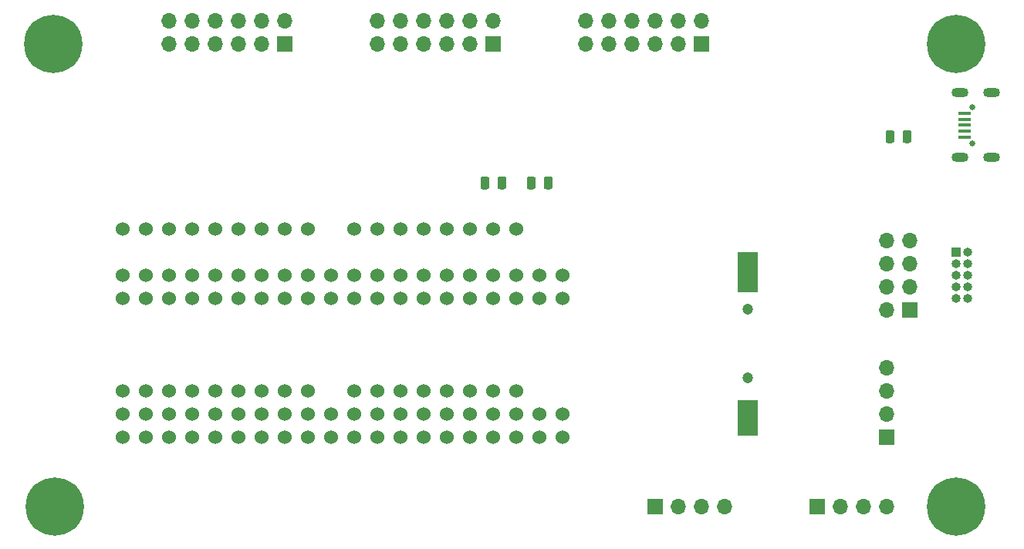
<source format=gbr>
%TF.GenerationSoftware,KiCad,Pcbnew,5.1.10*%
%TF.CreationDate,2021-12-30T14:01:41+01:00*%
%TF.ProjectId,ucdev_board,75636465-765f-4626-9f61-72642e6b6963,rev?*%
%TF.SameCoordinates,Original*%
%TF.FileFunction,Soldermask,Top*%
%TF.FilePolarity,Negative*%
%FSLAX46Y46*%
G04 Gerber Fmt 4.6, Leading zero omitted, Abs format (unit mm)*
G04 Created by KiCad (PCBNEW 5.1.10) date 2021-12-30 14:01:41*
%MOMM*%
%LPD*%
G01*
G04 APERTURE LIST*
%ADD10O,1.700000X1.700000*%
%ADD11R,1.700000X1.700000*%
%ADD12O,1.000000X1.000000*%
%ADD13R,1.000000X1.000000*%
%ADD14R,1.400000X0.400000*%
%ADD15C,0.650000*%
%ADD16O,1.850000X1.050000*%
%ADD17R,2.300000X4.400000*%
%ADD18R,2.300000X4.000000*%
%ADD19C,1.200000*%
%ADD20C,1.524000*%
%ADD21C,0.800000*%
%ADD22C,6.400000*%
G04 APERTURE END LIST*
D10*
%TO.C,J4*%
X149860000Y-81280000D03*
X147320000Y-81280000D03*
X144780000Y-81280000D03*
D11*
X142240000Y-81280000D03*
%TD*%
D10*
%TO.C,J1*%
X132080000Y-81280000D03*
X129540000Y-81280000D03*
X127000000Y-81280000D03*
D11*
X124460000Y-81280000D03*
%TD*%
D12*
%TO.C,J5*%
X158750000Y-58420000D03*
X157480000Y-58420000D03*
X158750000Y-57150000D03*
X157480000Y-57150000D03*
X158750000Y-55880000D03*
X157480000Y-55880000D03*
X158750000Y-54610000D03*
X157480000Y-54610000D03*
X158750000Y-53340000D03*
D13*
X157480000Y-53340000D03*
%TD*%
D10*
%TO.C,J3*%
X149860000Y-52070000D03*
X152400000Y-52070000D03*
X149860000Y-54610000D03*
X152400000Y-54610000D03*
X149860000Y-57150000D03*
X152400000Y-57150000D03*
X149860000Y-59690000D03*
D11*
X152400000Y-59690000D03*
%TD*%
D14*
%TO.C,J8*%
X158400000Y-40670000D03*
X158400000Y-38070000D03*
X158400000Y-38720000D03*
X158400000Y-40020000D03*
X158400000Y-39370000D03*
D15*
X159220000Y-41370000D03*
X159220000Y-37370000D03*
D16*
X157900000Y-35820000D03*
X157900000Y-42945000D03*
X161350000Y-42945000D03*
X161350000Y-35795000D03*
%TD*%
D17*
%TO.C,BT1*%
X134620000Y-55500000D03*
D18*
X134620000Y-71500000D03*
D19*
X134620000Y-59600000D03*
X134620000Y-67100000D03*
%TD*%
D20*
%TO.C,U2*%
X66040000Y-58420000D03*
X68580000Y-58420000D03*
X71120000Y-58420000D03*
X73660000Y-58420000D03*
X76200000Y-58420000D03*
X78740000Y-58420000D03*
X81280000Y-58420000D03*
X83820000Y-58420000D03*
X86360000Y-58420000D03*
X88900000Y-58420000D03*
X91440000Y-58420000D03*
X93980000Y-58420000D03*
X96520000Y-58420000D03*
X99060000Y-58420000D03*
X101600000Y-58420000D03*
X104140000Y-58420000D03*
X106680000Y-58420000D03*
X109220000Y-58420000D03*
X111760000Y-58420000D03*
X114300000Y-58420000D03*
X114300000Y-73660000D03*
X111760000Y-73660000D03*
X109220000Y-73660000D03*
X106680000Y-73660000D03*
X104140000Y-73660000D03*
X101600000Y-73660000D03*
X99060000Y-73660000D03*
X96520000Y-73660000D03*
X93980000Y-73660000D03*
X91440000Y-73660000D03*
X88900000Y-73660000D03*
X86360000Y-73660000D03*
X83820000Y-73660000D03*
X81280000Y-73660000D03*
X78740000Y-73660000D03*
X76200000Y-73660000D03*
X73660000Y-73660000D03*
X71120000Y-73660000D03*
X68580000Y-73660000D03*
X66040000Y-73660000D03*
%TD*%
D21*
%TO.C,H4*%
X159177056Y-79582944D03*
X157480000Y-78880000D03*
X155782944Y-79582944D03*
X155080000Y-81280000D03*
X155782944Y-82977056D03*
X157480000Y-83680000D03*
X159177056Y-82977056D03*
X159880000Y-81280000D03*
D22*
X157480000Y-81280000D03*
%TD*%
D21*
%TO.C,H3*%
X60257056Y-79582944D03*
X58560000Y-78880000D03*
X56862944Y-79582944D03*
X56160000Y-81280000D03*
X56862944Y-82977056D03*
X58560000Y-83680000D03*
X60257056Y-82977056D03*
X60960000Y-81280000D03*
D22*
X58560000Y-81280000D03*
%TD*%
D21*
%TO.C,H2*%
X159177056Y-28782944D03*
X157480000Y-28080000D03*
X155782944Y-28782944D03*
X155080000Y-30480000D03*
X155782944Y-32177056D03*
X157480000Y-32880000D03*
X159177056Y-32177056D03*
X159880000Y-30480000D03*
D22*
X157480000Y-30480000D03*
%TD*%
D21*
%TO.C,H1*%
X60117056Y-28782944D03*
X58420000Y-28080000D03*
X56722944Y-28782944D03*
X56020000Y-30480000D03*
X56722944Y-32177056D03*
X58420000Y-32880000D03*
X60117056Y-32177056D03*
X60820000Y-30480000D03*
D22*
X58420000Y-30480000D03*
%TD*%
%TO.C,D3*%
G36*
G01*
X112210000Y-46176250D02*
X112210000Y-45263750D01*
G75*
G02*
X112453750Y-45020000I243750J0D01*
G01*
X112941250Y-45020000D01*
G75*
G02*
X113185000Y-45263750I0J-243750D01*
G01*
X113185000Y-46176250D01*
G75*
G02*
X112941250Y-46420000I-243750J0D01*
G01*
X112453750Y-46420000D01*
G75*
G02*
X112210000Y-46176250I0J243750D01*
G01*
G37*
G36*
G01*
X110335000Y-46176250D02*
X110335000Y-45263750D01*
G75*
G02*
X110578750Y-45020000I243750J0D01*
G01*
X111066250Y-45020000D01*
G75*
G02*
X111310000Y-45263750I0J-243750D01*
G01*
X111310000Y-46176250D01*
G75*
G02*
X111066250Y-46420000I-243750J0D01*
G01*
X110578750Y-46420000D01*
G75*
G02*
X110335000Y-46176250I0J243750D01*
G01*
G37*
%TD*%
%TO.C,D2*%
G36*
G01*
X106230000Y-45263750D02*
X106230000Y-46176250D01*
G75*
G02*
X105986250Y-46420000I-243750J0D01*
G01*
X105498750Y-46420000D01*
G75*
G02*
X105255000Y-46176250I0J243750D01*
G01*
X105255000Y-45263750D01*
G75*
G02*
X105498750Y-45020000I243750J0D01*
G01*
X105986250Y-45020000D01*
G75*
G02*
X106230000Y-45263750I0J-243750D01*
G01*
G37*
G36*
G01*
X108105000Y-45263750D02*
X108105000Y-46176250D01*
G75*
G02*
X107861250Y-46420000I-243750J0D01*
G01*
X107373750Y-46420000D01*
G75*
G02*
X107130000Y-46176250I0J243750D01*
G01*
X107130000Y-45263750D01*
G75*
G02*
X107373750Y-45020000I243750J0D01*
G01*
X107861250Y-45020000D01*
G75*
G02*
X108105000Y-45263750I0J-243750D01*
G01*
G37*
%TD*%
%TO.C,D1*%
G36*
G01*
X151580000Y-41096250D02*
X151580000Y-40183750D01*
G75*
G02*
X151823750Y-39940000I243750J0D01*
G01*
X152311250Y-39940000D01*
G75*
G02*
X152555000Y-40183750I0J-243750D01*
G01*
X152555000Y-41096250D01*
G75*
G02*
X152311250Y-41340000I-243750J0D01*
G01*
X151823750Y-41340000D01*
G75*
G02*
X151580000Y-41096250I0J243750D01*
G01*
G37*
G36*
G01*
X149705000Y-41096250D02*
X149705000Y-40183750D01*
G75*
G02*
X149948750Y-39940000I243750J0D01*
G01*
X150436250Y-39940000D01*
G75*
G02*
X150680000Y-40183750I0J-243750D01*
G01*
X150680000Y-41096250D01*
G75*
G02*
X150436250Y-41340000I-243750J0D01*
G01*
X149948750Y-41340000D01*
G75*
G02*
X149705000Y-41096250I0J243750D01*
G01*
G37*
%TD*%
D10*
%TO.C,PMOD4*%
X116840000Y-27940000D03*
X116840000Y-30480000D03*
X119380000Y-27940000D03*
X119380000Y-30480000D03*
X121920000Y-27940000D03*
X121920000Y-30480000D03*
X124460000Y-27940000D03*
X124460000Y-30480000D03*
X127000000Y-27940000D03*
X127000000Y-30480000D03*
X129540000Y-27940000D03*
D11*
X129540000Y-30480000D03*
%TD*%
D10*
%TO.C,PMOD3*%
X93980000Y-27940000D03*
X93980000Y-30480000D03*
X96520000Y-27940000D03*
X96520000Y-30480000D03*
X99060000Y-27940000D03*
X99060000Y-30480000D03*
X101600000Y-27940000D03*
X101600000Y-30480000D03*
X104140000Y-27940000D03*
X104140000Y-30480000D03*
X106680000Y-27940000D03*
D11*
X106680000Y-30480000D03*
%TD*%
D10*
%TO.C,PMOD2*%
X71120000Y-27940000D03*
X71120000Y-30480000D03*
X73660000Y-27940000D03*
X73660000Y-30480000D03*
X76200000Y-27940000D03*
X76200000Y-30480000D03*
X78740000Y-27940000D03*
X78740000Y-30480000D03*
X81280000Y-27940000D03*
X81280000Y-30480000D03*
X83820000Y-27940000D03*
D11*
X83820000Y-30480000D03*
%TD*%
D10*
%TO.C,J2*%
X149860000Y-66040000D03*
X149860000Y-68580000D03*
X149860000Y-71120000D03*
D11*
X149860000Y-73660000D03*
%TD*%
D20*
%TO.C,U3*%
X66040000Y-50800000D03*
X68580000Y-50800000D03*
X71120000Y-50800000D03*
X73660000Y-50800000D03*
X76200000Y-50800000D03*
X78740000Y-50800000D03*
X81280000Y-50800000D03*
X83820000Y-50800000D03*
X86360000Y-50800000D03*
X91440000Y-50800000D03*
X93980000Y-50800000D03*
X96520000Y-50800000D03*
X99060000Y-50800000D03*
X101600000Y-50800000D03*
X104140000Y-50800000D03*
X106680000Y-50800000D03*
X109220000Y-50800000D03*
X109220000Y-68580000D03*
X106680000Y-68580000D03*
X101600000Y-68580000D03*
X99060000Y-68580000D03*
X96520000Y-68580000D03*
X93980000Y-68580000D03*
X91440000Y-68580000D03*
X86360000Y-68580000D03*
X83820000Y-68580000D03*
X81280000Y-68580000D03*
X78740000Y-68580000D03*
X76200000Y-68580000D03*
X73660000Y-68580000D03*
X71120000Y-68580000D03*
X68580000Y-68580000D03*
X66040000Y-68580000D03*
X104140000Y-68580000D03*
%TD*%
%TO.C,U1*%
X66040000Y-55880000D03*
X68580000Y-55880000D03*
X71120000Y-55880000D03*
X73660000Y-55880000D03*
X76200000Y-55880000D03*
X78740000Y-55880000D03*
X81280000Y-55880000D03*
X83820000Y-55880000D03*
X86360000Y-55880000D03*
X88900000Y-55880000D03*
X91440000Y-55880000D03*
X93980000Y-55880000D03*
X96520000Y-55880000D03*
X99060000Y-55880000D03*
X101600000Y-55880000D03*
X104140000Y-55880000D03*
X106680000Y-55880000D03*
X109220000Y-55880000D03*
X111760000Y-55880000D03*
X114300000Y-55880000D03*
X114300000Y-71120000D03*
X111760000Y-71120000D03*
X109220000Y-71120000D03*
X106680000Y-71120000D03*
X104140000Y-71120000D03*
X101600000Y-71120000D03*
X99060000Y-71120000D03*
X96520000Y-71120000D03*
X93980000Y-71120000D03*
X91440000Y-71120000D03*
X88900000Y-71120000D03*
X86360000Y-71120000D03*
X83820000Y-71120000D03*
X81280000Y-71120000D03*
X78740000Y-71120000D03*
X76200000Y-71120000D03*
X73660000Y-71120000D03*
X71120000Y-71120000D03*
X68580000Y-71120000D03*
X66040000Y-71120000D03*
%TD*%
M02*

</source>
